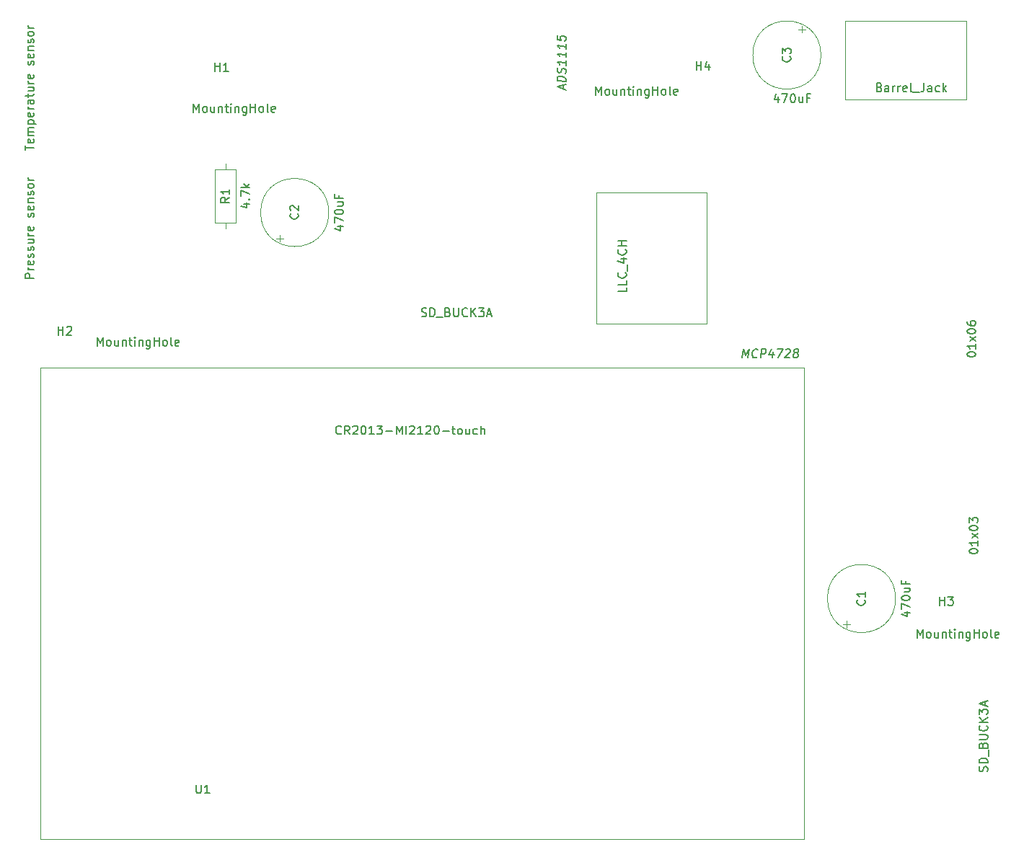
<source format=gbr>
%TF.GenerationSoftware,KiCad,Pcbnew,(5.1.10)-1*%
%TF.CreationDate,2021-10-02T14:55:05+00:00*%
%TF.ProjectId,watermixer,77617465-726d-4697-9865-722e6b696361,v1.0*%
%TF.SameCoordinates,Original*%
%TF.FileFunction,Other,Fab,Top*%
%FSLAX46Y46*%
G04 Gerber Fmt 4.6, Leading zero omitted, Abs format (unit mm)*
G04 Created by KiCad (PCBNEW (5.1.10)-1) date 2021-10-02 14:55:05*
%MOMM*%
%LPD*%
G01*
G04 APERTURE LIST*
%ADD10C,0.100000*%
%ADD11C,0.120000*%
%ADD12C,0.150000*%
G04 APERTURE END LIST*
D10*
%TO.C,R1*%
X96012000Y-44450000D02*
X96012000Y-45110000D01*
X96012000Y-52070000D02*
X96012000Y-51410000D01*
X94762000Y-45110000D02*
X94762000Y-51410000D01*
X97262000Y-45110000D02*
X94762000Y-45110000D01*
X97262000Y-51410000D02*
X97262000Y-45110000D01*
X94762000Y-51410000D02*
X97262000Y-51410000D01*
%TO.C,C1*%
X168540500Y-98570759D02*
X169340500Y-98570759D01*
X168940500Y-98970759D02*
X168940500Y-98170759D01*
X174688000Y-95544000D02*
G75*
G03*
X174688000Y-95544000I-4000000J0D01*
G01*
%TO.C,U1*%
X163946000Y-114030000D02*
X163946000Y-123798000D01*
X163946000Y-123798000D02*
X74250000Y-123798000D01*
X74250000Y-123798000D02*
X74250000Y-68398000D01*
X74250000Y-68398000D02*
X163946000Y-68398000D01*
X163946000Y-68398000D02*
X163946000Y-118380000D01*
%TO.C,C3*%
X165925000Y-31710000D02*
G75*
G03*
X165925000Y-31710000I-4000000J0D01*
G01*
X163672500Y-28283241D02*
X163672500Y-29083241D01*
X164072500Y-28683241D02*
X163272500Y-28683241D01*
%TO.C,C2*%
X101992500Y-53231759D02*
X102792500Y-53231759D01*
X102392500Y-53631759D02*
X102392500Y-52831759D01*
X108140000Y-50205000D02*
G75*
G03*
X108140000Y-50205000I-4000000J0D01*
G01*
D11*
%TO.C,U3*%
X152527000Y-63246000D02*
X152527000Y-47879000D01*
X139573000Y-63246000D02*
X152527000Y-63246000D01*
X139573000Y-47879000D02*
X139573000Y-63246000D01*
X152527000Y-47879000D02*
X139573000Y-47879000D01*
%TO.C,J_12V1*%
X183007000Y-27686000D02*
X183007000Y-36957000D01*
X168783000Y-27686000D02*
X183007000Y-27686000D01*
X168783000Y-36957000D02*
X168783000Y-27686000D01*
X183007000Y-36957000D02*
X168783000Y-36957000D01*
%TD*%
%TO.C,R1*%
D12*
X98167714Y-49188571D02*
X98834380Y-49188571D01*
X97786761Y-49426666D02*
X98501047Y-49664761D01*
X98501047Y-49045714D01*
X98739142Y-48664761D02*
X98786761Y-48617142D01*
X98834380Y-48664761D01*
X98786761Y-48712380D01*
X98739142Y-48664761D01*
X98834380Y-48664761D01*
X97834380Y-48283809D02*
X97834380Y-47617142D01*
X98834380Y-48045714D01*
X98834380Y-47236190D02*
X97834380Y-47236190D01*
X98453428Y-47140952D02*
X98834380Y-46855238D01*
X98167714Y-46855238D02*
X98548666Y-47236190D01*
X96464380Y-48426666D02*
X95988190Y-48760000D01*
X96464380Y-48998095D02*
X95464380Y-48998095D01*
X95464380Y-48617142D01*
X95512000Y-48521904D01*
X95559619Y-48474285D01*
X95654857Y-48426666D01*
X95797714Y-48426666D01*
X95892952Y-48474285D01*
X95940571Y-48521904D01*
X95988190Y-48617142D01*
X95988190Y-48998095D01*
X96464380Y-47474285D02*
X96464380Y-48045714D01*
X96464380Y-47760000D02*
X95464380Y-47760000D01*
X95607238Y-47855238D01*
X95702476Y-47950476D01*
X95750095Y-48045714D01*
%TO.C,U5*%
X135675666Y-35695318D02*
X135675666Y-35219127D01*
X135961380Y-35826270D02*
X134961380Y-35367937D01*
X135961380Y-35159604D01*
X135961380Y-34826270D02*
X134961380Y-34701270D01*
X134961380Y-34463175D01*
X135009000Y-34326270D01*
X135104238Y-34242937D01*
X135199476Y-34207223D01*
X135389952Y-34183413D01*
X135532809Y-34201270D01*
X135723285Y-34272699D01*
X135818523Y-34332223D01*
X135913761Y-34439366D01*
X135961380Y-34588175D01*
X135961380Y-34826270D01*
X135913761Y-33867937D02*
X135961380Y-33731032D01*
X135961380Y-33492937D01*
X135913761Y-33391747D01*
X135866142Y-33338175D01*
X135770904Y-33278651D01*
X135675666Y-33266747D01*
X135580428Y-33302461D01*
X135532809Y-33344127D01*
X135485190Y-33433413D01*
X135437571Y-33617937D01*
X135389952Y-33707223D01*
X135342333Y-33748889D01*
X135247095Y-33784604D01*
X135151857Y-33772699D01*
X135056619Y-33713175D01*
X135009000Y-33659604D01*
X134961380Y-33558413D01*
X134961380Y-33320318D01*
X135009000Y-33183413D01*
X135961380Y-32350080D02*
X135961380Y-32921508D01*
X135961380Y-32635794D02*
X134961380Y-32510794D01*
X135104238Y-32623889D01*
X135199476Y-32731032D01*
X135247095Y-32832223D01*
X135961380Y-31397699D02*
X135961380Y-31969127D01*
X135961380Y-31683413D02*
X134961380Y-31558413D01*
X135104238Y-31671508D01*
X135199476Y-31778651D01*
X135247095Y-31879842D01*
X135961380Y-30445318D02*
X135961380Y-31016747D01*
X135961380Y-30731032D02*
X134961380Y-30606032D01*
X135104238Y-30719127D01*
X135199476Y-30826270D01*
X135247095Y-30927461D01*
X134961380Y-29415556D02*
X134961380Y-29891747D01*
X135437571Y-29998889D01*
X135389952Y-29945318D01*
X135342333Y-29844127D01*
X135342333Y-29606032D01*
X135389952Y-29516747D01*
X135437571Y-29475080D01*
X135532809Y-29439366D01*
X135770904Y-29469127D01*
X135866142Y-29528651D01*
X135913761Y-29582223D01*
X135961380Y-29683413D01*
X135961380Y-29921508D01*
X135913761Y-30010794D01*
X135866142Y-30052461D01*
%TO.C,C1*%
X175723714Y-97186857D02*
X176390380Y-97186857D01*
X175342761Y-97424952D02*
X176057047Y-97663047D01*
X176057047Y-97044000D01*
X175390380Y-96758285D02*
X175390380Y-96091619D01*
X176390380Y-96520190D01*
X175390380Y-95520190D02*
X175390380Y-95424952D01*
X175438000Y-95329714D01*
X175485619Y-95282095D01*
X175580857Y-95234476D01*
X175771333Y-95186857D01*
X176009428Y-95186857D01*
X176199904Y-95234476D01*
X176295142Y-95282095D01*
X176342761Y-95329714D01*
X176390380Y-95424952D01*
X176390380Y-95520190D01*
X176342761Y-95615428D01*
X176295142Y-95663047D01*
X176199904Y-95710666D01*
X176009428Y-95758285D01*
X175771333Y-95758285D01*
X175580857Y-95710666D01*
X175485619Y-95663047D01*
X175438000Y-95615428D01*
X175390380Y-95520190D01*
X175723714Y-94329714D02*
X176390380Y-94329714D01*
X175723714Y-94758285D02*
X176247523Y-94758285D01*
X176342761Y-94710666D01*
X176390380Y-94615428D01*
X176390380Y-94472571D01*
X176342761Y-94377333D01*
X176295142Y-94329714D01*
X175866571Y-93520190D02*
X175866571Y-93853523D01*
X176390380Y-93853523D02*
X175390380Y-93853523D01*
X175390380Y-93377333D01*
X171045142Y-95710666D02*
X171092761Y-95758285D01*
X171140380Y-95901142D01*
X171140380Y-95996380D01*
X171092761Y-96139238D01*
X170997523Y-96234476D01*
X170902285Y-96282095D01*
X170711809Y-96329714D01*
X170568952Y-96329714D01*
X170378476Y-96282095D01*
X170283238Y-96234476D01*
X170188000Y-96139238D01*
X170140380Y-95996380D01*
X170140380Y-95901142D01*
X170188000Y-95758285D01*
X170235619Y-95710666D01*
X171140380Y-94758285D02*
X171140380Y-95329714D01*
X171140380Y-95044000D02*
X170140380Y-95044000D01*
X170283238Y-95139238D01*
X170378476Y-95234476D01*
X170426095Y-95329714D01*
%TO.C,U4*%
X156681919Y-67254380D02*
X156806919Y-66254380D01*
X157050967Y-66968666D01*
X157473586Y-66254380D01*
X157348586Y-67254380D01*
X158408110Y-67159142D02*
X158354538Y-67206761D01*
X158205729Y-67254380D01*
X158110491Y-67254380D01*
X157973586Y-67206761D01*
X157890252Y-67111523D01*
X157854538Y-67016285D01*
X157830729Y-66825809D01*
X157848586Y-66682952D01*
X157920014Y-66492476D01*
X157979538Y-66397238D01*
X158086681Y-66302000D01*
X158235491Y-66254380D01*
X158330729Y-66254380D01*
X158467633Y-66302000D01*
X158509300Y-66349619D01*
X158824776Y-67254380D02*
X158949776Y-66254380D01*
X159330729Y-66254380D01*
X159420014Y-66302000D01*
X159461681Y-66349619D01*
X159497395Y-66444857D01*
X159479538Y-66587714D01*
X159420014Y-66682952D01*
X159366443Y-66730571D01*
X159265252Y-66778190D01*
X158884300Y-66778190D01*
X160336681Y-66587714D02*
X160253348Y-67254380D01*
X160146205Y-66206761D02*
X159818824Y-66921047D01*
X160437872Y-66921047D01*
X160806919Y-66254380D02*
X161473586Y-66254380D01*
X160920014Y-67254380D01*
X161795014Y-66349619D02*
X161848586Y-66302000D01*
X161949776Y-66254380D01*
X162187872Y-66254380D01*
X162277157Y-66302000D01*
X162318824Y-66349619D01*
X162354538Y-66444857D01*
X162342633Y-66540095D01*
X162277157Y-66682952D01*
X161634300Y-67254380D01*
X162253348Y-67254380D01*
X162896205Y-66682952D02*
X162806919Y-66635333D01*
X162765252Y-66587714D01*
X162729538Y-66492476D01*
X162735491Y-66444857D01*
X162795014Y-66349619D01*
X162848586Y-66302000D01*
X162949776Y-66254380D01*
X163140252Y-66254380D01*
X163229538Y-66302000D01*
X163271205Y-66349619D01*
X163306919Y-66444857D01*
X163300967Y-66492476D01*
X163241443Y-66587714D01*
X163187872Y-66635333D01*
X163086681Y-66682952D01*
X162896205Y-66682952D01*
X162795014Y-66730571D01*
X162741443Y-66778190D01*
X162681919Y-66873428D01*
X162658110Y-67063904D01*
X162693824Y-67159142D01*
X162735491Y-67206761D01*
X162824776Y-67254380D01*
X163015252Y-67254380D01*
X163116443Y-67206761D01*
X163170014Y-67159142D01*
X163229538Y-67063904D01*
X163253348Y-66873428D01*
X163217633Y-66778190D01*
X163175967Y-66730571D01*
X163086681Y-66682952D01*
%TO.C,U1*%
X109598952Y-76153142D02*
X109551333Y-76200761D01*
X109408476Y-76248380D01*
X109313238Y-76248380D01*
X109170380Y-76200761D01*
X109075142Y-76105523D01*
X109027523Y-76010285D01*
X108979904Y-75819809D01*
X108979904Y-75676952D01*
X109027523Y-75486476D01*
X109075142Y-75391238D01*
X109170380Y-75296000D01*
X109313238Y-75248380D01*
X109408476Y-75248380D01*
X109551333Y-75296000D01*
X109598952Y-75343619D01*
X110598952Y-76248380D02*
X110265619Y-75772190D01*
X110027523Y-76248380D02*
X110027523Y-75248380D01*
X110408476Y-75248380D01*
X110503714Y-75296000D01*
X110551333Y-75343619D01*
X110598952Y-75438857D01*
X110598952Y-75581714D01*
X110551333Y-75676952D01*
X110503714Y-75724571D01*
X110408476Y-75772190D01*
X110027523Y-75772190D01*
X110979904Y-75343619D02*
X111027523Y-75296000D01*
X111122761Y-75248380D01*
X111360857Y-75248380D01*
X111456095Y-75296000D01*
X111503714Y-75343619D01*
X111551333Y-75438857D01*
X111551333Y-75534095D01*
X111503714Y-75676952D01*
X110932285Y-76248380D01*
X111551333Y-76248380D01*
X112170380Y-75248380D02*
X112265619Y-75248380D01*
X112360857Y-75296000D01*
X112408476Y-75343619D01*
X112456095Y-75438857D01*
X112503714Y-75629333D01*
X112503714Y-75867428D01*
X112456095Y-76057904D01*
X112408476Y-76153142D01*
X112360857Y-76200761D01*
X112265619Y-76248380D01*
X112170380Y-76248380D01*
X112075142Y-76200761D01*
X112027523Y-76153142D01*
X111979904Y-76057904D01*
X111932285Y-75867428D01*
X111932285Y-75629333D01*
X111979904Y-75438857D01*
X112027523Y-75343619D01*
X112075142Y-75296000D01*
X112170380Y-75248380D01*
X113456095Y-76248380D02*
X112884666Y-76248380D01*
X113170380Y-76248380D02*
X113170380Y-75248380D01*
X113075142Y-75391238D01*
X112979904Y-75486476D01*
X112884666Y-75534095D01*
X113789428Y-75248380D02*
X114408476Y-75248380D01*
X114075142Y-75629333D01*
X114218000Y-75629333D01*
X114313238Y-75676952D01*
X114360857Y-75724571D01*
X114408476Y-75819809D01*
X114408476Y-76057904D01*
X114360857Y-76153142D01*
X114313238Y-76200761D01*
X114218000Y-76248380D01*
X113932285Y-76248380D01*
X113837047Y-76200761D01*
X113789428Y-76153142D01*
X114837047Y-75867428D02*
X115598952Y-75867428D01*
X116075142Y-76248380D02*
X116075142Y-75248380D01*
X116408476Y-75962666D01*
X116741809Y-75248380D01*
X116741809Y-76248380D01*
X117218000Y-76248380D02*
X117218000Y-75248380D01*
X117646571Y-75343619D02*
X117694190Y-75296000D01*
X117789428Y-75248380D01*
X118027523Y-75248380D01*
X118122761Y-75296000D01*
X118170380Y-75343619D01*
X118218000Y-75438857D01*
X118218000Y-75534095D01*
X118170380Y-75676952D01*
X117598952Y-76248380D01*
X118218000Y-76248380D01*
X119170380Y-76248380D02*
X118598952Y-76248380D01*
X118884666Y-76248380D02*
X118884666Y-75248380D01*
X118789428Y-75391238D01*
X118694190Y-75486476D01*
X118598952Y-75534095D01*
X119551333Y-75343619D02*
X119598952Y-75296000D01*
X119694190Y-75248380D01*
X119932285Y-75248380D01*
X120027523Y-75296000D01*
X120075142Y-75343619D01*
X120122761Y-75438857D01*
X120122761Y-75534095D01*
X120075142Y-75676952D01*
X119503714Y-76248380D01*
X120122761Y-76248380D01*
X120741809Y-75248380D02*
X120837047Y-75248380D01*
X120932285Y-75296000D01*
X120979904Y-75343619D01*
X121027523Y-75438857D01*
X121075142Y-75629333D01*
X121075142Y-75867428D01*
X121027523Y-76057904D01*
X120979904Y-76153142D01*
X120932285Y-76200761D01*
X120837047Y-76248380D01*
X120741809Y-76248380D01*
X120646571Y-76200761D01*
X120598952Y-76153142D01*
X120551333Y-76057904D01*
X120503714Y-75867428D01*
X120503714Y-75629333D01*
X120551333Y-75438857D01*
X120598952Y-75343619D01*
X120646571Y-75296000D01*
X120741809Y-75248380D01*
X121503714Y-75867428D02*
X122265619Y-75867428D01*
X122598952Y-75581714D02*
X122979904Y-75581714D01*
X122741809Y-75248380D02*
X122741809Y-76105523D01*
X122789428Y-76200761D01*
X122884666Y-76248380D01*
X122979904Y-76248380D01*
X123456095Y-76248380D02*
X123360857Y-76200761D01*
X123313238Y-76153142D01*
X123265619Y-76057904D01*
X123265619Y-75772190D01*
X123313238Y-75676952D01*
X123360857Y-75629333D01*
X123456095Y-75581714D01*
X123598952Y-75581714D01*
X123694190Y-75629333D01*
X123741809Y-75676952D01*
X123789428Y-75772190D01*
X123789428Y-76057904D01*
X123741809Y-76153142D01*
X123694190Y-76200761D01*
X123598952Y-76248380D01*
X123456095Y-76248380D01*
X124646571Y-75581714D02*
X124646571Y-76248380D01*
X124218000Y-75581714D02*
X124218000Y-76105523D01*
X124265619Y-76200761D01*
X124360857Y-76248380D01*
X124503714Y-76248380D01*
X124598952Y-76200761D01*
X124646571Y-76153142D01*
X125551333Y-76200761D02*
X125456095Y-76248380D01*
X125265619Y-76248380D01*
X125170380Y-76200761D01*
X125122761Y-76153142D01*
X125075142Y-76057904D01*
X125075142Y-75772190D01*
X125122761Y-75676952D01*
X125170380Y-75629333D01*
X125265619Y-75581714D01*
X125456095Y-75581714D01*
X125551333Y-75629333D01*
X125979904Y-76248380D02*
X125979904Y-75248380D01*
X126408476Y-76248380D02*
X126408476Y-75724571D01*
X126360857Y-75629333D01*
X126265619Y-75581714D01*
X126122761Y-75581714D01*
X126027523Y-75629333D01*
X125979904Y-75676952D01*
X92572095Y-117412380D02*
X92572095Y-118221904D01*
X92619714Y-118317142D01*
X92667333Y-118364761D01*
X92762571Y-118412380D01*
X92953047Y-118412380D01*
X93048285Y-118364761D01*
X93095904Y-118317142D01*
X93143523Y-118221904D01*
X93143523Y-117412380D01*
X94143523Y-118412380D02*
X93572095Y-118412380D01*
X93857809Y-118412380D02*
X93857809Y-117412380D01*
X93762571Y-117555238D01*
X93667333Y-117650476D01*
X93572095Y-117698095D01*
%TO.C,JPress1*%
X73477380Y-57903333D02*
X72477380Y-57903333D01*
X72477380Y-57522380D01*
X72525000Y-57427142D01*
X72572619Y-57379523D01*
X72667857Y-57331904D01*
X72810714Y-57331904D01*
X72905952Y-57379523D01*
X72953571Y-57427142D01*
X73001190Y-57522380D01*
X73001190Y-57903333D01*
X73477380Y-56903333D02*
X72810714Y-56903333D01*
X73001190Y-56903333D02*
X72905952Y-56855714D01*
X72858333Y-56808095D01*
X72810714Y-56712857D01*
X72810714Y-56617619D01*
X73429761Y-55903333D02*
X73477380Y-55998571D01*
X73477380Y-56189047D01*
X73429761Y-56284285D01*
X73334523Y-56331904D01*
X72953571Y-56331904D01*
X72858333Y-56284285D01*
X72810714Y-56189047D01*
X72810714Y-55998571D01*
X72858333Y-55903333D01*
X72953571Y-55855714D01*
X73048809Y-55855714D01*
X73144047Y-56331904D01*
X73429761Y-55474761D02*
X73477380Y-55379523D01*
X73477380Y-55189047D01*
X73429761Y-55093809D01*
X73334523Y-55046190D01*
X73286904Y-55046190D01*
X73191666Y-55093809D01*
X73144047Y-55189047D01*
X73144047Y-55331904D01*
X73096428Y-55427142D01*
X73001190Y-55474761D01*
X72953571Y-55474761D01*
X72858333Y-55427142D01*
X72810714Y-55331904D01*
X72810714Y-55189047D01*
X72858333Y-55093809D01*
X73429761Y-54665238D02*
X73477380Y-54570000D01*
X73477380Y-54379523D01*
X73429761Y-54284285D01*
X73334523Y-54236666D01*
X73286904Y-54236666D01*
X73191666Y-54284285D01*
X73144047Y-54379523D01*
X73144047Y-54522380D01*
X73096428Y-54617619D01*
X73001190Y-54665238D01*
X72953571Y-54665238D01*
X72858333Y-54617619D01*
X72810714Y-54522380D01*
X72810714Y-54379523D01*
X72858333Y-54284285D01*
X72810714Y-53379523D02*
X73477380Y-53379523D01*
X72810714Y-53808095D02*
X73334523Y-53808095D01*
X73429761Y-53760476D01*
X73477380Y-53665238D01*
X73477380Y-53522380D01*
X73429761Y-53427142D01*
X73382142Y-53379523D01*
X73477380Y-52903333D02*
X72810714Y-52903333D01*
X73001190Y-52903333D02*
X72905952Y-52855714D01*
X72858333Y-52808095D01*
X72810714Y-52712857D01*
X72810714Y-52617619D01*
X73429761Y-51903333D02*
X73477380Y-51998571D01*
X73477380Y-52189047D01*
X73429761Y-52284285D01*
X73334523Y-52331904D01*
X72953571Y-52331904D01*
X72858333Y-52284285D01*
X72810714Y-52189047D01*
X72810714Y-51998571D01*
X72858333Y-51903333D01*
X72953571Y-51855714D01*
X73048809Y-51855714D01*
X73144047Y-52331904D01*
X73429761Y-50712857D02*
X73477380Y-50617619D01*
X73477380Y-50427142D01*
X73429761Y-50331904D01*
X73334523Y-50284285D01*
X73286904Y-50284285D01*
X73191666Y-50331904D01*
X73144047Y-50427142D01*
X73144047Y-50570000D01*
X73096428Y-50665238D01*
X73001190Y-50712857D01*
X72953571Y-50712857D01*
X72858333Y-50665238D01*
X72810714Y-50570000D01*
X72810714Y-50427142D01*
X72858333Y-50331904D01*
X73429761Y-49474761D02*
X73477380Y-49570000D01*
X73477380Y-49760476D01*
X73429761Y-49855714D01*
X73334523Y-49903333D01*
X72953571Y-49903333D01*
X72858333Y-49855714D01*
X72810714Y-49760476D01*
X72810714Y-49570000D01*
X72858333Y-49474761D01*
X72953571Y-49427142D01*
X73048809Y-49427142D01*
X73144047Y-49903333D01*
X72810714Y-48998571D02*
X73477380Y-48998571D01*
X72905952Y-48998571D02*
X72858333Y-48950952D01*
X72810714Y-48855714D01*
X72810714Y-48712857D01*
X72858333Y-48617619D01*
X72953571Y-48570000D01*
X73477380Y-48570000D01*
X73429761Y-48141428D02*
X73477380Y-48046190D01*
X73477380Y-47855714D01*
X73429761Y-47760476D01*
X73334523Y-47712857D01*
X73286904Y-47712857D01*
X73191666Y-47760476D01*
X73144047Y-47855714D01*
X73144047Y-47998571D01*
X73096428Y-48093809D01*
X73001190Y-48141428D01*
X72953571Y-48141428D01*
X72858333Y-48093809D01*
X72810714Y-47998571D01*
X72810714Y-47855714D01*
X72858333Y-47760476D01*
X73477380Y-47141428D02*
X73429761Y-47236666D01*
X73382142Y-47284285D01*
X73286904Y-47331904D01*
X73001190Y-47331904D01*
X72905952Y-47284285D01*
X72858333Y-47236666D01*
X72810714Y-47141428D01*
X72810714Y-46998571D01*
X72858333Y-46903333D01*
X72905952Y-46855714D01*
X73001190Y-46808095D01*
X73286904Y-46808095D01*
X73382142Y-46855714D01*
X73429761Y-46903333D01*
X73477380Y-46998571D01*
X73477380Y-47141428D01*
X73477380Y-46379523D02*
X72810714Y-46379523D01*
X73001190Y-46379523D02*
X72905952Y-46331904D01*
X72858333Y-46284285D01*
X72810714Y-46189047D01*
X72810714Y-46093809D01*
%TO.C,JTemp1*%
X72477380Y-42893333D02*
X72477380Y-42321904D01*
X73477380Y-42607619D02*
X72477380Y-42607619D01*
X73429761Y-41607619D02*
X73477380Y-41702857D01*
X73477380Y-41893333D01*
X73429761Y-41988571D01*
X73334523Y-42036190D01*
X72953571Y-42036190D01*
X72858333Y-41988571D01*
X72810714Y-41893333D01*
X72810714Y-41702857D01*
X72858333Y-41607619D01*
X72953571Y-41560000D01*
X73048809Y-41560000D01*
X73144047Y-42036190D01*
X73477380Y-41131428D02*
X72810714Y-41131428D01*
X72905952Y-41131428D02*
X72858333Y-41083809D01*
X72810714Y-40988571D01*
X72810714Y-40845714D01*
X72858333Y-40750476D01*
X72953571Y-40702857D01*
X73477380Y-40702857D01*
X72953571Y-40702857D02*
X72858333Y-40655238D01*
X72810714Y-40560000D01*
X72810714Y-40417142D01*
X72858333Y-40321904D01*
X72953571Y-40274285D01*
X73477380Y-40274285D01*
X72810714Y-39798095D02*
X73810714Y-39798095D01*
X72858333Y-39798095D02*
X72810714Y-39702857D01*
X72810714Y-39512380D01*
X72858333Y-39417142D01*
X72905952Y-39369523D01*
X73001190Y-39321904D01*
X73286904Y-39321904D01*
X73382142Y-39369523D01*
X73429761Y-39417142D01*
X73477380Y-39512380D01*
X73477380Y-39702857D01*
X73429761Y-39798095D01*
X73429761Y-38512380D02*
X73477380Y-38607619D01*
X73477380Y-38798095D01*
X73429761Y-38893333D01*
X73334523Y-38940952D01*
X72953571Y-38940952D01*
X72858333Y-38893333D01*
X72810714Y-38798095D01*
X72810714Y-38607619D01*
X72858333Y-38512380D01*
X72953571Y-38464761D01*
X73048809Y-38464761D01*
X73144047Y-38940952D01*
X73477380Y-38036190D02*
X72810714Y-38036190D01*
X73001190Y-38036190D02*
X72905952Y-37988571D01*
X72858333Y-37940952D01*
X72810714Y-37845714D01*
X72810714Y-37750476D01*
X73477380Y-36988571D02*
X72953571Y-36988571D01*
X72858333Y-37036190D01*
X72810714Y-37131428D01*
X72810714Y-37321904D01*
X72858333Y-37417142D01*
X73429761Y-36988571D02*
X73477380Y-37083809D01*
X73477380Y-37321904D01*
X73429761Y-37417142D01*
X73334523Y-37464761D01*
X73239285Y-37464761D01*
X73144047Y-37417142D01*
X73096428Y-37321904D01*
X73096428Y-37083809D01*
X73048809Y-36988571D01*
X72810714Y-36655238D02*
X72810714Y-36274285D01*
X72477380Y-36512380D02*
X73334523Y-36512380D01*
X73429761Y-36464761D01*
X73477380Y-36369523D01*
X73477380Y-36274285D01*
X72810714Y-35512380D02*
X73477380Y-35512380D01*
X72810714Y-35940952D02*
X73334523Y-35940952D01*
X73429761Y-35893333D01*
X73477380Y-35798095D01*
X73477380Y-35655238D01*
X73429761Y-35560000D01*
X73382142Y-35512380D01*
X73477380Y-35036190D02*
X72810714Y-35036190D01*
X73001190Y-35036190D02*
X72905952Y-34988571D01*
X72858333Y-34940952D01*
X72810714Y-34845714D01*
X72810714Y-34750476D01*
X73429761Y-34036190D02*
X73477380Y-34131428D01*
X73477380Y-34321904D01*
X73429761Y-34417142D01*
X73334523Y-34464761D01*
X72953571Y-34464761D01*
X72858333Y-34417142D01*
X72810714Y-34321904D01*
X72810714Y-34131428D01*
X72858333Y-34036190D01*
X72953571Y-33988571D01*
X73048809Y-33988571D01*
X73144047Y-34464761D01*
X73429761Y-32845714D02*
X73477380Y-32750476D01*
X73477380Y-32560000D01*
X73429761Y-32464761D01*
X73334523Y-32417142D01*
X73286904Y-32417142D01*
X73191666Y-32464761D01*
X73144047Y-32560000D01*
X73144047Y-32702857D01*
X73096428Y-32798095D01*
X73001190Y-32845714D01*
X72953571Y-32845714D01*
X72858333Y-32798095D01*
X72810714Y-32702857D01*
X72810714Y-32560000D01*
X72858333Y-32464761D01*
X73429761Y-31607619D02*
X73477380Y-31702857D01*
X73477380Y-31893333D01*
X73429761Y-31988571D01*
X73334523Y-32036190D01*
X72953571Y-32036190D01*
X72858333Y-31988571D01*
X72810714Y-31893333D01*
X72810714Y-31702857D01*
X72858333Y-31607619D01*
X72953571Y-31560000D01*
X73048809Y-31560000D01*
X73144047Y-32036190D01*
X72810714Y-31131428D02*
X73477380Y-31131428D01*
X72905952Y-31131428D02*
X72858333Y-31083809D01*
X72810714Y-30988571D01*
X72810714Y-30845714D01*
X72858333Y-30750476D01*
X72953571Y-30702857D01*
X73477380Y-30702857D01*
X73429761Y-30274285D02*
X73477380Y-30179047D01*
X73477380Y-29988571D01*
X73429761Y-29893333D01*
X73334523Y-29845714D01*
X73286904Y-29845714D01*
X73191666Y-29893333D01*
X73144047Y-29988571D01*
X73144047Y-30131428D01*
X73096428Y-30226666D01*
X73001190Y-30274285D01*
X72953571Y-30274285D01*
X72858333Y-30226666D01*
X72810714Y-30131428D01*
X72810714Y-29988571D01*
X72858333Y-29893333D01*
X73477380Y-29274285D02*
X73429761Y-29369523D01*
X73382142Y-29417142D01*
X73286904Y-29464761D01*
X73001190Y-29464761D01*
X72905952Y-29417142D01*
X72858333Y-29369523D01*
X72810714Y-29274285D01*
X72810714Y-29131428D01*
X72858333Y-29036190D01*
X72905952Y-28988571D01*
X73001190Y-28940952D01*
X73286904Y-28940952D01*
X73382142Y-28988571D01*
X73429761Y-29036190D01*
X73477380Y-29131428D01*
X73477380Y-29274285D01*
X73477380Y-28512380D02*
X72810714Y-28512380D01*
X73001190Y-28512380D02*
X72905952Y-28464761D01*
X72858333Y-28417142D01*
X72810714Y-28321904D01*
X72810714Y-28226666D01*
%TO.C,H4*%
X139486285Y-36393380D02*
X139486285Y-35393380D01*
X139819619Y-36107666D01*
X140152952Y-35393380D01*
X140152952Y-36393380D01*
X140772000Y-36393380D02*
X140676761Y-36345761D01*
X140629142Y-36298142D01*
X140581523Y-36202904D01*
X140581523Y-35917190D01*
X140629142Y-35821952D01*
X140676761Y-35774333D01*
X140772000Y-35726714D01*
X140914857Y-35726714D01*
X141010095Y-35774333D01*
X141057714Y-35821952D01*
X141105333Y-35917190D01*
X141105333Y-36202904D01*
X141057714Y-36298142D01*
X141010095Y-36345761D01*
X140914857Y-36393380D01*
X140772000Y-36393380D01*
X141962476Y-35726714D02*
X141962476Y-36393380D01*
X141533904Y-35726714D02*
X141533904Y-36250523D01*
X141581523Y-36345761D01*
X141676761Y-36393380D01*
X141819619Y-36393380D01*
X141914857Y-36345761D01*
X141962476Y-36298142D01*
X142438666Y-35726714D02*
X142438666Y-36393380D01*
X142438666Y-35821952D02*
X142486285Y-35774333D01*
X142581523Y-35726714D01*
X142724380Y-35726714D01*
X142819619Y-35774333D01*
X142867238Y-35869571D01*
X142867238Y-36393380D01*
X143200571Y-35726714D02*
X143581523Y-35726714D01*
X143343428Y-35393380D02*
X143343428Y-36250523D01*
X143391047Y-36345761D01*
X143486285Y-36393380D01*
X143581523Y-36393380D01*
X143914857Y-36393380D02*
X143914857Y-35726714D01*
X143914857Y-35393380D02*
X143867238Y-35441000D01*
X143914857Y-35488619D01*
X143962476Y-35441000D01*
X143914857Y-35393380D01*
X143914857Y-35488619D01*
X144391047Y-35726714D02*
X144391047Y-36393380D01*
X144391047Y-35821952D02*
X144438666Y-35774333D01*
X144533904Y-35726714D01*
X144676761Y-35726714D01*
X144772000Y-35774333D01*
X144819619Y-35869571D01*
X144819619Y-36393380D01*
X145724380Y-35726714D02*
X145724380Y-36536238D01*
X145676761Y-36631476D01*
X145629142Y-36679095D01*
X145533904Y-36726714D01*
X145391047Y-36726714D01*
X145295809Y-36679095D01*
X145724380Y-36345761D02*
X145629142Y-36393380D01*
X145438666Y-36393380D01*
X145343428Y-36345761D01*
X145295809Y-36298142D01*
X145248190Y-36202904D01*
X145248190Y-35917190D01*
X145295809Y-35821952D01*
X145343428Y-35774333D01*
X145438666Y-35726714D01*
X145629142Y-35726714D01*
X145724380Y-35774333D01*
X146200571Y-36393380D02*
X146200571Y-35393380D01*
X146200571Y-35869571D02*
X146772000Y-35869571D01*
X146772000Y-36393380D02*
X146772000Y-35393380D01*
X147391047Y-36393380D02*
X147295809Y-36345761D01*
X147248190Y-36298142D01*
X147200571Y-36202904D01*
X147200571Y-35917190D01*
X147248190Y-35821952D01*
X147295809Y-35774333D01*
X147391047Y-35726714D01*
X147533904Y-35726714D01*
X147629142Y-35774333D01*
X147676761Y-35821952D01*
X147724380Y-35917190D01*
X147724380Y-36202904D01*
X147676761Y-36298142D01*
X147629142Y-36345761D01*
X147533904Y-36393380D01*
X147391047Y-36393380D01*
X148295809Y-36393380D02*
X148200571Y-36345761D01*
X148152952Y-36250523D01*
X148152952Y-35393380D01*
X149057714Y-36345761D02*
X148962476Y-36393380D01*
X148772000Y-36393380D01*
X148676761Y-36345761D01*
X148629142Y-36250523D01*
X148629142Y-35869571D01*
X148676761Y-35774333D01*
X148772000Y-35726714D01*
X148962476Y-35726714D01*
X149057714Y-35774333D01*
X149105333Y-35869571D01*
X149105333Y-35964809D01*
X148629142Y-36060047D01*
X151303095Y-33472380D02*
X151303095Y-32472380D01*
X151303095Y-32948571D02*
X151874523Y-32948571D01*
X151874523Y-33472380D02*
X151874523Y-32472380D01*
X152779285Y-32805714D02*
X152779285Y-33472380D01*
X152541190Y-32424761D02*
X152303095Y-33139047D01*
X152922142Y-33139047D01*
%TO.C,H3*%
X177205285Y-100147380D02*
X177205285Y-99147380D01*
X177538619Y-99861666D01*
X177871952Y-99147380D01*
X177871952Y-100147380D01*
X178491000Y-100147380D02*
X178395761Y-100099761D01*
X178348142Y-100052142D01*
X178300523Y-99956904D01*
X178300523Y-99671190D01*
X178348142Y-99575952D01*
X178395761Y-99528333D01*
X178491000Y-99480714D01*
X178633857Y-99480714D01*
X178729095Y-99528333D01*
X178776714Y-99575952D01*
X178824333Y-99671190D01*
X178824333Y-99956904D01*
X178776714Y-100052142D01*
X178729095Y-100099761D01*
X178633857Y-100147380D01*
X178491000Y-100147380D01*
X179681476Y-99480714D02*
X179681476Y-100147380D01*
X179252904Y-99480714D02*
X179252904Y-100004523D01*
X179300523Y-100099761D01*
X179395761Y-100147380D01*
X179538619Y-100147380D01*
X179633857Y-100099761D01*
X179681476Y-100052142D01*
X180157666Y-99480714D02*
X180157666Y-100147380D01*
X180157666Y-99575952D02*
X180205285Y-99528333D01*
X180300523Y-99480714D01*
X180443380Y-99480714D01*
X180538619Y-99528333D01*
X180586238Y-99623571D01*
X180586238Y-100147380D01*
X180919571Y-99480714D02*
X181300523Y-99480714D01*
X181062428Y-99147380D02*
X181062428Y-100004523D01*
X181110047Y-100099761D01*
X181205285Y-100147380D01*
X181300523Y-100147380D01*
X181633857Y-100147380D02*
X181633857Y-99480714D01*
X181633857Y-99147380D02*
X181586238Y-99195000D01*
X181633857Y-99242619D01*
X181681476Y-99195000D01*
X181633857Y-99147380D01*
X181633857Y-99242619D01*
X182110047Y-99480714D02*
X182110047Y-100147380D01*
X182110047Y-99575952D02*
X182157666Y-99528333D01*
X182252904Y-99480714D01*
X182395761Y-99480714D01*
X182491000Y-99528333D01*
X182538619Y-99623571D01*
X182538619Y-100147380D01*
X183443380Y-99480714D02*
X183443380Y-100290238D01*
X183395761Y-100385476D01*
X183348142Y-100433095D01*
X183252904Y-100480714D01*
X183110047Y-100480714D01*
X183014809Y-100433095D01*
X183443380Y-100099761D02*
X183348142Y-100147380D01*
X183157666Y-100147380D01*
X183062428Y-100099761D01*
X183014809Y-100052142D01*
X182967190Y-99956904D01*
X182967190Y-99671190D01*
X183014809Y-99575952D01*
X183062428Y-99528333D01*
X183157666Y-99480714D01*
X183348142Y-99480714D01*
X183443380Y-99528333D01*
X183919571Y-100147380D02*
X183919571Y-99147380D01*
X183919571Y-99623571D02*
X184491000Y-99623571D01*
X184491000Y-100147380D02*
X184491000Y-99147380D01*
X185110047Y-100147380D02*
X185014809Y-100099761D01*
X184967190Y-100052142D01*
X184919571Y-99956904D01*
X184919571Y-99671190D01*
X184967190Y-99575952D01*
X185014809Y-99528333D01*
X185110047Y-99480714D01*
X185252904Y-99480714D01*
X185348142Y-99528333D01*
X185395761Y-99575952D01*
X185443380Y-99671190D01*
X185443380Y-99956904D01*
X185395761Y-100052142D01*
X185348142Y-100099761D01*
X185252904Y-100147380D01*
X185110047Y-100147380D01*
X186014809Y-100147380D02*
X185919571Y-100099761D01*
X185871952Y-100004523D01*
X185871952Y-99147380D01*
X186776714Y-100099761D02*
X186681476Y-100147380D01*
X186491000Y-100147380D01*
X186395761Y-100099761D01*
X186348142Y-100004523D01*
X186348142Y-99623571D01*
X186395761Y-99528333D01*
X186491000Y-99480714D01*
X186681476Y-99480714D01*
X186776714Y-99528333D01*
X186824333Y-99623571D01*
X186824333Y-99718809D01*
X186348142Y-99814047D01*
X179878095Y-96337380D02*
X179878095Y-95337380D01*
X179878095Y-95813571D02*
X180449523Y-95813571D01*
X180449523Y-96337380D02*
X180449523Y-95337380D01*
X180830476Y-95337380D02*
X181449523Y-95337380D01*
X181116190Y-95718333D01*
X181259047Y-95718333D01*
X181354285Y-95765952D01*
X181401904Y-95813571D01*
X181449523Y-95908809D01*
X181449523Y-96146904D01*
X181401904Y-96242142D01*
X181354285Y-96289761D01*
X181259047Y-96337380D01*
X180973333Y-96337380D01*
X180878095Y-96289761D01*
X180830476Y-96242142D01*
%TO.C,H2*%
X80939285Y-65857380D02*
X80939285Y-64857380D01*
X81272619Y-65571666D01*
X81605952Y-64857380D01*
X81605952Y-65857380D01*
X82225000Y-65857380D02*
X82129761Y-65809761D01*
X82082142Y-65762142D01*
X82034523Y-65666904D01*
X82034523Y-65381190D01*
X82082142Y-65285952D01*
X82129761Y-65238333D01*
X82225000Y-65190714D01*
X82367857Y-65190714D01*
X82463095Y-65238333D01*
X82510714Y-65285952D01*
X82558333Y-65381190D01*
X82558333Y-65666904D01*
X82510714Y-65762142D01*
X82463095Y-65809761D01*
X82367857Y-65857380D01*
X82225000Y-65857380D01*
X83415476Y-65190714D02*
X83415476Y-65857380D01*
X82986904Y-65190714D02*
X82986904Y-65714523D01*
X83034523Y-65809761D01*
X83129761Y-65857380D01*
X83272619Y-65857380D01*
X83367857Y-65809761D01*
X83415476Y-65762142D01*
X83891666Y-65190714D02*
X83891666Y-65857380D01*
X83891666Y-65285952D02*
X83939285Y-65238333D01*
X84034523Y-65190714D01*
X84177380Y-65190714D01*
X84272619Y-65238333D01*
X84320238Y-65333571D01*
X84320238Y-65857380D01*
X84653571Y-65190714D02*
X85034523Y-65190714D01*
X84796428Y-64857380D02*
X84796428Y-65714523D01*
X84844047Y-65809761D01*
X84939285Y-65857380D01*
X85034523Y-65857380D01*
X85367857Y-65857380D02*
X85367857Y-65190714D01*
X85367857Y-64857380D02*
X85320238Y-64905000D01*
X85367857Y-64952619D01*
X85415476Y-64905000D01*
X85367857Y-64857380D01*
X85367857Y-64952619D01*
X85844047Y-65190714D02*
X85844047Y-65857380D01*
X85844047Y-65285952D02*
X85891666Y-65238333D01*
X85986904Y-65190714D01*
X86129761Y-65190714D01*
X86225000Y-65238333D01*
X86272619Y-65333571D01*
X86272619Y-65857380D01*
X87177380Y-65190714D02*
X87177380Y-66000238D01*
X87129761Y-66095476D01*
X87082142Y-66143095D01*
X86986904Y-66190714D01*
X86844047Y-66190714D01*
X86748809Y-66143095D01*
X87177380Y-65809761D02*
X87082142Y-65857380D01*
X86891666Y-65857380D01*
X86796428Y-65809761D01*
X86748809Y-65762142D01*
X86701190Y-65666904D01*
X86701190Y-65381190D01*
X86748809Y-65285952D01*
X86796428Y-65238333D01*
X86891666Y-65190714D01*
X87082142Y-65190714D01*
X87177380Y-65238333D01*
X87653571Y-65857380D02*
X87653571Y-64857380D01*
X87653571Y-65333571D02*
X88225000Y-65333571D01*
X88225000Y-65857380D02*
X88225000Y-64857380D01*
X88844047Y-65857380D02*
X88748809Y-65809761D01*
X88701190Y-65762142D01*
X88653571Y-65666904D01*
X88653571Y-65381190D01*
X88701190Y-65285952D01*
X88748809Y-65238333D01*
X88844047Y-65190714D01*
X88986904Y-65190714D01*
X89082142Y-65238333D01*
X89129761Y-65285952D01*
X89177380Y-65381190D01*
X89177380Y-65666904D01*
X89129761Y-65762142D01*
X89082142Y-65809761D01*
X88986904Y-65857380D01*
X88844047Y-65857380D01*
X89748809Y-65857380D02*
X89653571Y-65809761D01*
X89605952Y-65714523D01*
X89605952Y-64857380D01*
X90510714Y-65809761D02*
X90415476Y-65857380D01*
X90225000Y-65857380D01*
X90129761Y-65809761D01*
X90082142Y-65714523D01*
X90082142Y-65333571D01*
X90129761Y-65238333D01*
X90225000Y-65190714D01*
X90415476Y-65190714D01*
X90510714Y-65238333D01*
X90558333Y-65333571D01*
X90558333Y-65428809D01*
X90082142Y-65524047D01*
X76373095Y-64587380D02*
X76373095Y-63587380D01*
X76373095Y-64063571D02*
X76944523Y-64063571D01*
X76944523Y-64587380D02*
X76944523Y-63587380D01*
X77373095Y-63682619D02*
X77420714Y-63635000D01*
X77515952Y-63587380D01*
X77754047Y-63587380D01*
X77849285Y-63635000D01*
X77896904Y-63682619D01*
X77944523Y-63777857D01*
X77944523Y-63873095D01*
X77896904Y-64015952D01*
X77325476Y-64587380D01*
X77944523Y-64587380D01*
%TO.C,H1*%
X92242285Y-38425380D02*
X92242285Y-37425380D01*
X92575619Y-38139666D01*
X92908952Y-37425380D01*
X92908952Y-38425380D01*
X93528000Y-38425380D02*
X93432761Y-38377761D01*
X93385142Y-38330142D01*
X93337523Y-38234904D01*
X93337523Y-37949190D01*
X93385142Y-37853952D01*
X93432761Y-37806333D01*
X93528000Y-37758714D01*
X93670857Y-37758714D01*
X93766095Y-37806333D01*
X93813714Y-37853952D01*
X93861333Y-37949190D01*
X93861333Y-38234904D01*
X93813714Y-38330142D01*
X93766095Y-38377761D01*
X93670857Y-38425380D01*
X93528000Y-38425380D01*
X94718476Y-37758714D02*
X94718476Y-38425380D01*
X94289904Y-37758714D02*
X94289904Y-38282523D01*
X94337523Y-38377761D01*
X94432761Y-38425380D01*
X94575619Y-38425380D01*
X94670857Y-38377761D01*
X94718476Y-38330142D01*
X95194666Y-37758714D02*
X95194666Y-38425380D01*
X95194666Y-37853952D02*
X95242285Y-37806333D01*
X95337523Y-37758714D01*
X95480380Y-37758714D01*
X95575619Y-37806333D01*
X95623238Y-37901571D01*
X95623238Y-38425380D01*
X95956571Y-37758714D02*
X96337523Y-37758714D01*
X96099428Y-37425380D02*
X96099428Y-38282523D01*
X96147047Y-38377761D01*
X96242285Y-38425380D01*
X96337523Y-38425380D01*
X96670857Y-38425380D02*
X96670857Y-37758714D01*
X96670857Y-37425380D02*
X96623238Y-37473000D01*
X96670857Y-37520619D01*
X96718476Y-37473000D01*
X96670857Y-37425380D01*
X96670857Y-37520619D01*
X97147047Y-37758714D02*
X97147047Y-38425380D01*
X97147047Y-37853952D02*
X97194666Y-37806333D01*
X97289904Y-37758714D01*
X97432761Y-37758714D01*
X97528000Y-37806333D01*
X97575619Y-37901571D01*
X97575619Y-38425380D01*
X98480380Y-37758714D02*
X98480380Y-38568238D01*
X98432761Y-38663476D01*
X98385142Y-38711095D01*
X98289904Y-38758714D01*
X98147047Y-38758714D01*
X98051809Y-38711095D01*
X98480380Y-38377761D02*
X98385142Y-38425380D01*
X98194666Y-38425380D01*
X98099428Y-38377761D01*
X98051809Y-38330142D01*
X98004190Y-38234904D01*
X98004190Y-37949190D01*
X98051809Y-37853952D01*
X98099428Y-37806333D01*
X98194666Y-37758714D01*
X98385142Y-37758714D01*
X98480380Y-37806333D01*
X98956571Y-38425380D02*
X98956571Y-37425380D01*
X98956571Y-37901571D02*
X99528000Y-37901571D01*
X99528000Y-38425380D02*
X99528000Y-37425380D01*
X100147047Y-38425380D02*
X100051809Y-38377761D01*
X100004190Y-38330142D01*
X99956571Y-38234904D01*
X99956571Y-37949190D01*
X100004190Y-37853952D01*
X100051809Y-37806333D01*
X100147047Y-37758714D01*
X100289904Y-37758714D01*
X100385142Y-37806333D01*
X100432761Y-37853952D01*
X100480380Y-37949190D01*
X100480380Y-38234904D01*
X100432761Y-38330142D01*
X100385142Y-38377761D01*
X100289904Y-38425380D01*
X100147047Y-38425380D01*
X101051809Y-38425380D02*
X100956571Y-38377761D01*
X100908952Y-38282523D01*
X100908952Y-37425380D01*
X101813714Y-38377761D02*
X101718476Y-38425380D01*
X101528000Y-38425380D01*
X101432761Y-38377761D01*
X101385142Y-38282523D01*
X101385142Y-37901571D01*
X101432761Y-37806333D01*
X101528000Y-37758714D01*
X101718476Y-37758714D01*
X101813714Y-37806333D01*
X101861333Y-37901571D01*
X101861333Y-37996809D01*
X101385142Y-38092047D01*
X94788095Y-33599380D02*
X94788095Y-32599380D01*
X94788095Y-33075571D02*
X95359523Y-33075571D01*
X95359523Y-33599380D02*
X95359523Y-32599380D01*
X96359523Y-33599380D02*
X95788095Y-33599380D01*
X96073809Y-33599380D02*
X96073809Y-32599380D01*
X95978571Y-32742238D01*
X95883333Y-32837476D01*
X95788095Y-32885095D01*
%TO.C,C3*%
X160917142Y-36615714D02*
X160917142Y-37282380D01*
X160679047Y-36234761D02*
X160440952Y-36949047D01*
X161060000Y-36949047D01*
X161345714Y-36282380D02*
X162012380Y-36282380D01*
X161583809Y-37282380D01*
X162583809Y-36282380D02*
X162679047Y-36282380D01*
X162774285Y-36330000D01*
X162821904Y-36377619D01*
X162869523Y-36472857D01*
X162917142Y-36663333D01*
X162917142Y-36901428D01*
X162869523Y-37091904D01*
X162821904Y-37187142D01*
X162774285Y-37234761D01*
X162679047Y-37282380D01*
X162583809Y-37282380D01*
X162488571Y-37234761D01*
X162440952Y-37187142D01*
X162393333Y-37091904D01*
X162345714Y-36901428D01*
X162345714Y-36663333D01*
X162393333Y-36472857D01*
X162440952Y-36377619D01*
X162488571Y-36330000D01*
X162583809Y-36282380D01*
X163774285Y-36615714D02*
X163774285Y-37282380D01*
X163345714Y-36615714D02*
X163345714Y-37139523D01*
X163393333Y-37234761D01*
X163488571Y-37282380D01*
X163631428Y-37282380D01*
X163726666Y-37234761D01*
X163774285Y-37187142D01*
X164583809Y-36758571D02*
X164250476Y-36758571D01*
X164250476Y-37282380D02*
X164250476Y-36282380D01*
X164726666Y-36282380D01*
X162282142Y-31876666D02*
X162329761Y-31924285D01*
X162377380Y-32067142D01*
X162377380Y-32162380D01*
X162329761Y-32305238D01*
X162234523Y-32400476D01*
X162139285Y-32448095D01*
X161948809Y-32495714D01*
X161805952Y-32495714D01*
X161615476Y-32448095D01*
X161520238Y-32400476D01*
X161425000Y-32305238D01*
X161377380Y-32162380D01*
X161377380Y-32067142D01*
X161425000Y-31924285D01*
X161472619Y-31876666D01*
X161377380Y-31543333D02*
X161377380Y-30924285D01*
X161758333Y-31257619D01*
X161758333Y-31114761D01*
X161805952Y-31019523D01*
X161853571Y-30971904D01*
X161948809Y-30924285D01*
X162186904Y-30924285D01*
X162282142Y-30971904D01*
X162329761Y-31019523D01*
X162377380Y-31114761D01*
X162377380Y-31400476D01*
X162329761Y-31495714D01*
X162282142Y-31543333D01*
%TO.C,C2*%
X109175714Y-51847857D02*
X109842380Y-51847857D01*
X108794761Y-52085952D02*
X109509047Y-52324047D01*
X109509047Y-51705000D01*
X108842380Y-51419285D02*
X108842380Y-50752619D01*
X109842380Y-51181190D01*
X108842380Y-50181190D02*
X108842380Y-50085952D01*
X108890000Y-49990714D01*
X108937619Y-49943095D01*
X109032857Y-49895476D01*
X109223333Y-49847857D01*
X109461428Y-49847857D01*
X109651904Y-49895476D01*
X109747142Y-49943095D01*
X109794761Y-49990714D01*
X109842380Y-50085952D01*
X109842380Y-50181190D01*
X109794761Y-50276428D01*
X109747142Y-50324047D01*
X109651904Y-50371666D01*
X109461428Y-50419285D01*
X109223333Y-50419285D01*
X109032857Y-50371666D01*
X108937619Y-50324047D01*
X108890000Y-50276428D01*
X108842380Y-50181190D01*
X109175714Y-48990714D02*
X109842380Y-48990714D01*
X109175714Y-49419285D02*
X109699523Y-49419285D01*
X109794761Y-49371666D01*
X109842380Y-49276428D01*
X109842380Y-49133571D01*
X109794761Y-49038333D01*
X109747142Y-48990714D01*
X109318571Y-48181190D02*
X109318571Y-48514523D01*
X109842380Y-48514523D02*
X108842380Y-48514523D01*
X108842380Y-48038333D01*
X104497142Y-50331666D02*
X104544761Y-50379285D01*
X104592380Y-50522142D01*
X104592380Y-50617380D01*
X104544761Y-50760238D01*
X104449523Y-50855476D01*
X104354285Y-50903095D01*
X104163809Y-50950714D01*
X104020952Y-50950714D01*
X103830476Y-50903095D01*
X103735238Y-50855476D01*
X103640000Y-50760238D01*
X103592380Y-50617380D01*
X103592380Y-50522142D01*
X103640000Y-50379285D01*
X103687619Y-50331666D01*
X103687619Y-49950714D02*
X103640000Y-49903095D01*
X103592380Y-49807857D01*
X103592380Y-49569761D01*
X103640000Y-49474523D01*
X103687619Y-49426904D01*
X103782857Y-49379285D01*
X103878095Y-49379285D01*
X104020952Y-49426904D01*
X104592380Y-49998333D01*
X104592380Y-49379285D01*
%TO.C,U3*%
X143073380Y-58991190D02*
X143073380Y-59467380D01*
X142073380Y-59467380D01*
X143073380Y-58181666D02*
X143073380Y-58657857D01*
X142073380Y-58657857D01*
X142978142Y-57276904D02*
X143025761Y-57324523D01*
X143073380Y-57467380D01*
X143073380Y-57562619D01*
X143025761Y-57705476D01*
X142930523Y-57800714D01*
X142835285Y-57848333D01*
X142644809Y-57895952D01*
X142501952Y-57895952D01*
X142311476Y-57848333D01*
X142216238Y-57800714D01*
X142121000Y-57705476D01*
X142073380Y-57562619D01*
X142073380Y-57467380D01*
X142121000Y-57324523D01*
X142168619Y-57276904D01*
X143168619Y-57086428D02*
X143168619Y-56324523D01*
X142406714Y-55657857D02*
X143073380Y-55657857D01*
X142025761Y-55895952D02*
X142740047Y-56134047D01*
X142740047Y-55515000D01*
X142978142Y-54562619D02*
X143025761Y-54610238D01*
X143073380Y-54753095D01*
X143073380Y-54848333D01*
X143025761Y-54991190D01*
X142930523Y-55086428D01*
X142835285Y-55134047D01*
X142644809Y-55181666D01*
X142501952Y-55181666D01*
X142311476Y-55134047D01*
X142216238Y-55086428D01*
X142121000Y-54991190D01*
X142073380Y-54848333D01*
X142073380Y-54753095D01*
X142121000Y-54610238D01*
X142168619Y-54562619D01*
X143073380Y-54134047D02*
X142073380Y-54134047D01*
X142549571Y-54134047D02*
X142549571Y-53562619D01*
X143073380Y-53562619D02*
X142073380Y-53562619D01*
%TO.C,JHC_VALVES1*%
X183094380Y-66904952D02*
X183094380Y-66809714D01*
X183142000Y-66714476D01*
X183189619Y-66666857D01*
X183284857Y-66619238D01*
X183475333Y-66571619D01*
X183713428Y-66571619D01*
X183903904Y-66619238D01*
X183999142Y-66666857D01*
X184046761Y-66714476D01*
X184094380Y-66809714D01*
X184094380Y-66904952D01*
X184046761Y-67000190D01*
X183999142Y-67047809D01*
X183903904Y-67095428D01*
X183713428Y-67143047D01*
X183475333Y-67143047D01*
X183284857Y-67095428D01*
X183189619Y-67047809D01*
X183142000Y-67000190D01*
X183094380Y-66904952D01*
X184094380Y-65619238D02*
X184094380Y-66190666D01*
X184094380Y-65904952D02*
X183094380Y-65904952D01*
X183237238Y-66000190D01*
X183332476Y-66095428D01*
X183380095Y-66190666D01*
X184094380Y-65285904D02*
X183427714Y-64762095D01*
X183427714Y-65285904D02*
X184094380Y-64762095D01*
X183094380Y-64190666D02*
X183094380Y-64095428D01*
X183142000Y-64000190D01*
X183189619Y-63952571D01*
X183284857Y-63904952D01*
X183475333Y-63857333D01*
X183713428Y-63857333D01*
X183903904Y-63904952D01*
X183999142Y-63952571D01*
X184046761Y-64000190D01*
X184094380Y-64095428D01*
X184094380Y-64190666D01*
X184046761Y-64285904D01*
X183999142Y-64333523D01*
X183903904Y-64381142D01*
X183713428Y-64428761D01*
X183475333Y-64428761D01*
X183284857Y-64381142D01*
X183189619Y-64333523D01*
X183142000Y-64285904D01*
X183094380Y-64190666D01*
X183094380Y-63000190D02*
X183094380Y-63190666D01*
X183142000Y-63285904D01*
X183189619Y-63333523D01*
X183332476Y-63428761D01*
X183522952Y-63476380D01*
X183903904Y-63476380D01*
X183999142Y-63428761D01*
X184046761Y-63381142D01*
X184094380Y-63285904D01*
X184094380Y-63095428D01*
X184046761Y-63000190D01*
X183999142Y-62952571D01*
X183903904Y-62904952D01*
X183665809Y-62904952D01*
X183570571Y-62952571D01*
X183522952Y-63000190D01*
X183475333Y-63095428D01*
X183475333Y-63285904D01*
X183522952Y-63381142D01*
X183570571Y-63428761D01*
X183665809Y-63476380D01*
%TO.C,JD_VALVE1*%
X183348380Y-90018952D02*
X183348380Y-89923714D01*
X183396000Y-89828476D01*
X183443619Y-89780857D01*
X183538857Y-89733238D01*
X183729333Y-89685619D01*
X183967428Y-89685619D01*
X184157904Y-89733238D01*
X184253142Y-89780857D01*
X184300761Y-89828476D01*
X184348380Y-89923714D01*
X184348380Y-90018952D01*
X184300761Y-90114190D01*
X184253142Y-90161809D01*
X184157904Y-90209428D01*
X183967428Y-90257047D01*
X183729333Y-90257047D01*
X183538857Y-90209428D01*
X183443619Y-90161809D01*
X183396000Y-90114190D01*
X183348380Y-90018952D01*
X184348380Y-88733238D02*
X184348380Y-89304666D01*
X184348380Y-89018952D02*
X183348380Y-89018952D01*
X183491238Y-89114190D01*
X183586476Y-89209428D01*
X183634095Y-89304666D01*
X184348380Y-88399904D02*
X183681714Y-87876095D01*
X183681714Y-88399904D02*
X184348380Y-87876095D01*
X183348380Y-87304666D02*
X183348380Y-87209428D01*
X183396000Y-87114190D01*
X183443619Y-87066571D01*
X183538857Y-87018952D01*
X183729333Y-86971333D01*
X183967428Y-86971333D01*
X184157904Y-87018952D01*
X184253142Y-87066571D01*
X184300761Y-87114190D01*
X184348380Y-87209428D01*
X184348380Y-87304666D01*
X184300761Y-87399904D01*
X184253142Y-87447523D01*
X184157904Y-87495142D01*
X183967428Y-87542761D01*
X183729333Y-87542761D01*
X183538857Y-87495142D01*
X183443619Y-87447523D01*
X183396000Y-87399904D01*
X183348380Y-87304666D01*
X183348380Y-86638000D02*
X183348380Y-86018952D01*
X183729333Y-86352285D01*
X183729333Y-86209428D01*
X183776952Y-86114190D01*
X183824571Y-86066571D01*
X183919809Y-86018952D01*
X184157904Y-86018952D01*
X184253142Y-86066571D01*
X184300761Y-86114190D01*
X184348380Y-86209428D01*
X184348380Y-86495142D01*
X184300761Y-86590380D01*
X184253142Y-86638000D01*
%TO.C,J_12V1*%
X172791904Y-35488571D02*
X172934761Y-35536190D01*
X172982380Y-35583809D01*
X173030000Y-35679047D01*
X173030000Y-35821904D01*
X172982380Y-35917142D01*
X172934761Y-35964761D01*
X172839523Y-36012380D01*
X172458571Y-36012380D01*
X172458571Y-35012380D01*
X172791904Y-35012380D01*
X172887142Y-35060000D01*
X172934761Y-35107619D01*
X172982380Y-35202857D01*
X172982380Y-35298095D01*
X172934761Y-35393333D01*
X172887142Y-35440952D01*
X172791904Y-35488571D01*
X172458571Y-35488571D01*
X173887142Y-36012380D02*
X173887142Y-35488571D01*
X173839523Y-35393333D01*
X173744285Y-35345714D01*
X173553809Y-35345714D01*
X173458571Y-35393333D01*
X173887142Y-35964761D02*
X173791904Y-36012380D01*
X173553809Y-36012380D01*
X173458571Y-35964761D01*
X173410952Y-35869523D01*
X173410952Y-35774285D01*
X173458571Y-35679047D01*
X173553809Y-35631428D01*
X173791904Y-35631428D01*
X173887142Y-35583809D01*
X174363333Y-36012380D02*
X174363333Y-35345714D01*
X174363333Y-35536190D02*
X174410952Y-35440952D01*
X174458571Y-35393333D01*
X174553809Y-35345714D01*
X174649047Y-35345714D01*
X174982380Y-36012380D02*
X174982380Y-35345714D01*
X174982380Y-35536190D02*
X175030000Y-35440952D01*
X175077619Y-35393333D01*
X175172857Y-35345714D01*
X175268095Y-35345714D01*
X175982380Y-35964761D02*
X175887142Y-36012380D01*
X175696666Y-36012380D01*
X175601428Y-35964761D01*
X175553809Y-35869523D01*
X175553809Y-35488571D01*
X175601428Y-35393333D01*
X175696666Y-35345714D01*
X175887142Y-35345714D01*
X175982380Y-35393333D01*
X176030000Y-35488571D01*
X176030000Y-35583809D01*
X175553809Y-35679047D01*
X176601428Y-36012380D02*
X176506190Y-35964761D01*
X176458571Y-35869523D01*
X176458571Y-35012380D01*
X176744285Y-36107619D02*
X177506190Y-36107619D01*
X178030000Y-35012380D02*
X178030000Y-35726666D01*
X177982380Y-35869523D01*
X177887142Y-35964761D01*
X177744285Y-36012380D01*
X177649047Y-36012380D01*
X178934761Y-36012380D02*
X178934761Y-35488571D01*
X178887142Y-35393333D01*
X178791904Y-35345714D01*
X178601428Y-35345714D01*
X178506190Y-35393333D01*
X178934761Y-35964761D02*
X178839523Y-36012380D01*
X178601428Y-36012380D01*
X178506190Y-35964761D01*
X178458571Y-35869523D01*
X178458571Y-35774285D01*
X178506190Y-35679047D01*
X178601428Y-35631428D01*
X178839523Y-35631428D01*
X178934761Y-35583809D01*
X179839523Y-35964761D02*
X179744285Y-36012380D01*
X179553809Y-36012380D01*
X179458571Y-35964761D01*
X179410952Y-35917142D01*
X179363333Y-35821904D01*
X179363333Y-35536190D01*
X179410952Y-35440952D01*
X179458571Y-35393333D01*
X179553809Y-35345714D01*
X179744285Y-35345714D01*
X179839523Y-35393333D01*
X180268095Y-36012380D02*
X180268095Y-35012380D01*
X180363333Y-35631428D02*
X180649047Y-36012380D01*
X180649047Y-35345714D02*
X180268095Y-35726666D01*
%TO.C,U6*%
X119031261Y-62380761D02*
X119174119Y-62428380D01*
X119412214Y-62428380D01*
X119507452Y-62380761D01*
X119555071Y-62333142D01*
X119602690Y-62237904D01*
X119602690Y-62142666D01*
X119555071Y-62047428D01*
X119507452Y-61999809D01*
X119412214Y-61952190D01*
X119221738Y-61904571D01*
X119126500Y-61856952D01*
X119078880Y-61809333D01*
X119031261Y-61714095D01*
X119031261Y-61618857D01*
X119078880Y-61523619D01*
X119126500Y-61476000D01*
X119221738Y-61428380D01*
X119459833Y-61428380D01*
X119602690Y-61476000D01*
X120031261Y-62428380D02*
X120031261Y-61428380D01*
X120269357Y-61428380D01*
X120412214Y-61476000D01*
X120507452Y-61571238D01*
X120555071Y-61666476D01*
X120602690Y-61856952D01*
X120602690Y-61999809D01*
X120555071Y-62190285D01*
X120507452Y-62285523D01*
X120412214Y-62380761D01*
X120269357Y-62428380D01*
X120031261Y-62428380D01*
X120793166Y-62523619D02*
X121555071Y-62523619D01*
X122126500Y-61904571D02*
X122269357Y-61952190D01*
X122316976Y-61999809D01*
X122364595Y-62095047D01*
X122364595Y-62237904D01*
X122316976Y-62333142D01*
X122269357Y-62380761D01*
X122174119Y-62428380D01*
X121793166Y-62428380D01*
X121793166Y-61428380D01*
X122126500Y-61428380D01*
X122221738Y-61476000D01*
X122269357Y-61523619D01*
X122316976Y-61618857D01*
X122316976Y-61714095D01*
X122269357Y-61809333D01*
X122221738Y-61856952D01*
X122126500Y-61904571D01*
X121793166Y-61904571D01*
X122793166Y-61428380D02*
X122793166Y-62237904D01*
X122840785Y-62333142D01*
X122888404Y-62380761D01*
X122983642Y-62428380D01*
X123174119Y-62428380D01*
X123269357Y-62380761D01*
X123316976Y-62333142D01*
X123364595Y-62237904D01*
X123364595Y-61428380D01*
X124412214Y-62333142D02*
X124364595Y-62380761D01*
X124221738Y-62428380D01*
X124126500Y-62428380D01*
X123983642Y-62380761D01*
X123888404Y-62285523D01*
X123840785Y-62190285D01*
X123793166Y-61999809D01*
X123793166Y-61856952D01*
X123840785Y-61666476D01*
X123888404Y-61571238D01*
X123983642Y-61476000D01*
X124126500Y-61428380D01*
X124221738Y-61428380D01*
X124364595Y-61476000D01*
X124412214Y-61523619D01*
X124840785Y-62428380D02*
X124840785Y-61428380D01*
X125412214Y-62428380D02*
X124983642Y-61856952D01*
X125412214Y-61428380D02*
X124840785Y-61999809D01*
X125745547Y-61428380D02*
X126364595Y-61428380D01*
X126031261Y-61809333D01*
X126174119Y-61809333D01*
X126269357Y-61856952D01*
X126316976Y-61904571D01*
X126364595Y-61999809D01*
X126364595Y-62237904D01*
X126316976Y-62333142D01*
X126269357Y-62380761D01*
X126174119Y-62428380D01*
X125888404Y-62428380D01*
X125793166Y-62380761D01*
X125745547Y-62333142D01*
X126745547Y-62142666D02*
X127221738Y-62142666D01*
X126650309Y-62428380D02*
X126983642Y-61428380D01*
X127316976Y-62428380D01*
%TO.C,U7*%
X185443761Y-115855238D02*
X185491380Y-115712380D01*
X185491380Y-115474285D01*
X185443761Y-115379047D01*
X185396142Y-115331428D01*
X185300904Y-115283809D01*
X185205666Y-115283809D01*
X185110428Y-115331428D01*
X185062809Y-115379047D01*
X185015190Y-115474285D01*
X184967571Y-115664761D01*
X184919952Y-115760000D01*
X184872333Y-115807619D01*
X184777095Y-115855238D01*
X184681857Y-115855238D01*
X184586619Y-115807619D01*
X184539000Y-115760000D01*
X184491380Y-115664761D01*
X184491380Y-115426666D01*
X184539000Y-115283809D01*
X185491380Y-114855238D02*
X184491380Y-114855238D01*
X184491380Y-114617142D01*
X184539000Y-114474285D01*
X184634238Y-114379047D01*
X184729476Y-114331428D01*
X184919952Y-114283809D01*
X185062809Y-114283809D01*
X185253285Y-114331428D01*
X185348523Y-114379047D01*
X185443761Y-114474285D01*
X185491380Y-114617142D01*
X185491380Y-114855238D01*
X185586619Y-114093333D02*
X185586619Y-113331428D01*
X184967571Y-112760000D02*
X185015190Y-112617142D01*
X185062809Y-112569523D01*
X185158047Y-112521904D01*
X185300904Y-112521904D01*
X185396142Y-112569523D01*
X185443761Y-112617142D01*
X185491380Y-112712380D01*
X185491380Y-113093333D01*
X184491380Y-113093333D01*
X184491380Y-112760000D01*
X184539000Y-112664761D01*
X184586619Y-112617142D01*
X184681857Y-112569523D01*
X184777095Y-112569523D01*
X184872333Y-112617142D01*
X184919952Y-112664761D01*
X184967571Y-112760000D01*
X184967571Y-113093333D01*
X184491380Y-112093333D02*
X185300904Y-112093333D01*
X185396142Y-112045714D01*
X185443761Y-111998095D01*
X185491380Y-111902857D01*
X185491380Y-111712380D01*
X185443761Y-111617142D01*
X185396142Y-111569523D01*
X185300904Y-111521904D01*
X184491380Y-111521904D01*
X185396142Y-110474285D02*
X185443761Y-110521904D01*
X185491380Y-110664761D01*
X185491380Y-110760000D01*
X185443761Y-110902857D01*
X185348523Y-110998095D01*
X185253285Y-111045714D01*
X185062809Y-111093333D01*
X184919952Y-111093333D01*
X184729476Y-111045714D01*
X184634238Y-110998095D01*
X184539000Y-110902857D01*
X184491380Y-110760000D01*
X184491380Y-110664761D01*
X184539000Y-110521904D01*
X184586619Y-110474285D01*
X185491380Y-110045714D02*
X184491380Y-110045714D01*
X185491380Y-109474285D02*
X184919952Y-109902857D01*
X184491380Y-109474285D02*
X185062809Y-110045714D01*
X184491380Y-109140952D02*
X184491380Y-108521904D01*
X184872333Y-108855238D01*
X184872333Y-108712380D01*
X184919952Y-108617142D01*
X184967571Y-108569523D01*
X185062809Y-108521904D01*
X185300904Y-108521904D01*
X185396142Y-108569523D01*
X185443761Y-108617142D01*
X185491380Y-108712380D01*
X185491380Y-108998095D01*
X185443761Y-109093333D01*
X185396142Y-109140952D01*
X185205666Y-108140952D02*
X185205666Y-107664761D01*
X185491380Y-108236190D02*
X184491380Y-107902857D01*
X185491380Y-107569523D01*
%TD*%
M02*

</source>
